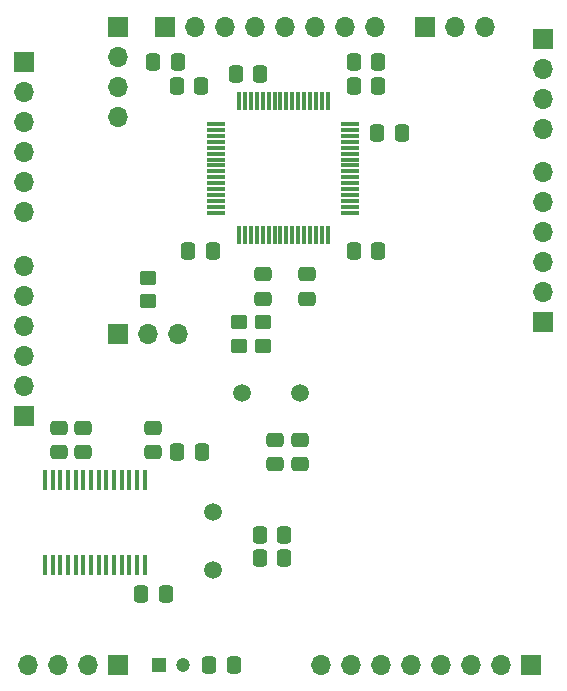
<source format=gts>
G04 #@! TF.GenerationSoftware,KiCad,Pcbnew,8.0.5*
G04 #@! TF.CreationDate,2024-11-24T11:45:07+01:00*
G04 #@! TF.ProjectId,wolkje-brain,776f6c6b-6a65-42d6-9272-61696e2e6b69,rev?*
G04 #@! TF.SameCoordinates,Original*
G04 #@! TF.FileFunction,Soldermask,Top*
G04 #@! TF.FilePolarity,Negative*
%FSLAX46Y46*%
G04 Gerber Fmt 4.6, Leading zero omitted, Abs format (unit mm)*
G04 Created by KiCad (PCBNEW 8.0.5) date 2024-11-24 11:45:07*
%MOMM*%
%LPD*%
G01*
G04 APERTURE LIST*
G04 Aperture macros list*
%AMRoundRect*
0 Rectangle with rounded corners*
0 $1 Rounding radius*
0 $2 $3 $4 $5 $6 $7 $8 $9 X,Y pos of 4 corners*
0 Add a 4 corners polygon primitive as box body*
4,1,4,$2,$3,$4,$5,$6,$7,$8,$9,$2,$3,0*
0 Add four circle primitives for the rounded corners*
1,1,$1+$1,$2,$3*
1,1,$1+$1,$4,$5*
1,1,$1+$1,$6,$7*
1,1,$1+$1,$8,$9*
0 Add four rect primitives between the rounded corners*
20,1,$1+$1,$2,$3,$4,$5,0*
20,1,$1+$1,$4,$5,$6,$7,0*
20,1,$1+$1,$6,$7,$8,$9,0*
20,1,$1+$1,$8,$9,$2,$3,0*%
G04 Aperture macros list end*
%ADD10RoundRect,0.250000X0.337500X0.475000X-0.337500X0.475000X-0.337500X-0.475000X0.337500X-0.475000X0*%
%ADD11RoundRect,0.250000X-0.475000X0.337500X-0.475000X-0.337500X0.475000X-0.337500X0.475000X0.337500X0*%
%ADD12RoundRect,0.250000X-0.337500X-0.475000X0.337500X-0.475000X0.337500X0.475000X-0.337500X0.475000X0*%
%ADD13R,0.450000X1.750000*%
%ADD14R,1.700000X1.700000*%
%ADD15O,1.700000X1.700000*%
%ADD16R,1.200000X1.200000*%
%ADD17C,1.200000*%
%ADD18C,1.500000*%
%ADD19RoundRect,0.075000X0.075000X-0.700000X0.075000X0.700000X-0.075000X0.700000X-0.075000X-0.700000X0*%
%ADD20RoundRect,0.075000X0.700000X-0.075000X0.700000X0.075000X-0.700000X0.075000X-0.700000X-0.075000X0*%
%ADD21RoundRect,0.250000X0.450000X-0.350000X0.450000X0.350000X-0.450000X0.350000X-0.450000X-0.350000X0*%
%ADD22RoundRect,0.250000X0.475000X-0.337500X0.475000X0.337500X-0.475000X0.337500X-0.475000X-0.337500X0*%
G04 APERTURE END LIST*
D10*
X68075000Y-89000000D03*
X66000000Y-89000000D03*
D11*
X64000000Y-86962500D03*
X64000000Y-89037500D03*
D12*
X65962500Y-58000000D03*
X68037500Y-58000000D03*
X73000000Y-98000000D03*
X75075000Y-98000000D03*
D11*
X74250000Y-87962500D03*
X74250000Y-90037500D03*
D13*
X63262500Y-91400000D03*
X62612500Y-91400000D03*
X61962500Y-91400000D03*
X61312500Y-91400000D03*
X60662500Y-91400000D03*
X60012500Y-91400000D03*
X59362500Y-91400000D03*
X58712500Y-91400000D03*
X58062500Y-91400000D03*
X57412500Y-91400000D03*
X56762500Y-91400000D03*
X56112500Y-91400000D03*
X55462500Y-91400000D03*
X54812500Y-91400000D03*
X54812500Y-98600000D03*
X55462500Y-98600000D03*
X56112500Y-98600000D03*
X56762500Y-98600000D03*
X57412500Y-98600000D03*
X58062500Y-98600000D03*
X58712500Y-98600000D03*
X59362500Y-98600000D03*
X60012500Y-98600000D03*
X60662500Y-98600000D03*
X61312500Y-98600000D03*
X61962500Y-98600000D03*
X62612500Y-98600000D03*
X63262500Y-98600000D03*
D14*
X87000000Y-53000000D03*
D15*
X89540000Y-53000000D03*
X92080000Y-53000000D03*
D16*
X64500000Y-107000000D03*
D17*
X66500000Y-107000000D03*
D11*
X76430000Y-87962500D03*
X76430000Y-90037500D03*
D18*
X71500000Y-84000000D03*
X76380000Y-84000000D03*
D14*
X61000000Y-79000000D03*
D15*
X63540000Y-79000000D03*
X66080000Y-79000000D03*
D10*
X66075000Y-56000000D03*
X64000000Y-56000000D03*
D19*
X71250000Y-70675000D03*
X71750000Y-70675000D03*
X72250000Y-70675000D03*
X72750000Y-70675000D03*
X73250000Y-70675000D03*
X73750000Y-70675000D03*
X74250000Y-70675000D03*
X74750000Y-70675000D03*
X75250000Y-70675000D03*
X75750000Y-70675000D03*
X76250000Y-70675000D03*
X76750000Y-70675000D03*
X77250000Y-70675000D03*
X77750000Y-70675000D03*
X78250000Y-70675000D03*
X78750000Y-70675000D03*
D20*
X80675000Y-68750000D03*
X80675000Y-68250000D03*
X80675000Y-67750000D03*
X80675000Y-67250000D03*
X80675000Y-66750000D03*
X80675000Y-66250000D03*
X80675000Y-65750000D03*
X80675000Y-65250000D03*
X80675000Y-64750000D03*
X80675000Y-64250000D03*
X80675000Y-63750000D03*
X80675000Y-63250000D03*
X80675000Y-62750000D03*
X80675000Y-62250000D03*
X80675000Y-61750000D03*
X80675000Y-61250000D03*
D19*
X78750000Y-59325000D03*
X78250000Y-59325000D03*
X77750000Y-59325000D03*
X77250000Y-59325000D03*
X76750000Y-59325000D03*
X76250000Y-59325000D03*
X75750000Y-59325000D03*
X75250000Y-59325000D03*
X74750000Y-59325000D03*
X74250000Y-59325000D03*
X73750000Y-59325000D03*
X73250000Y-59325000D03*
X72750000Y-59325000D03*
X72250000Y-59325000D03*
X71750000Y-59325000D03*
X71250000Y-59325000D03*
D20*
X69325000Y-61250000D03*
X69325000Y-61750000D03*
X69325000Y-62250000D03*
X69325000Y-62750000D03*
X69325000Y-63250000D03*
X69325000Y-63750000D03*
X69325000Y-64250000D03*
X69325000Y-64750000D03*
X69325000Y-65250000D03*
X69325000Y-65750000D03*
X69325000Y-66250000D03*
X69325000Y-66750000D03*
X69325000Y-67250000D03*
X69325000Y-67750000D03*
X69325000Y-68250000D03*
X69325000Y-68750000D03*
D12*
X70962500Y-57000000D03*
X73037500Y-57000000D03*
D21*
X63500000Y-76250000D03*
X63500000Y-74250000D03*
X73250000Y-80000000D03*
X73250000Y-78000000D03*
D22*
X77000000Y-76037500D03*
X77000000Y-73962500D03*
D14*
X61000000Y-53000000D03*
D15*
X61000000Y-55540000D03*
X61000000Y-58080000D03*
X61000000Y-60620000D03*
D21*
X71250000Y-80000000D03*
X71250000Y-78000000D03*
D12*
X82962500Y-62000000D03*
X85037500Y-62000000D03*
X73000000Y-96000000D03*
X75075000Y-96000000D03*
D11*
X56000000Y-86962500D03*
X56000000Y-89037500D03*
D10*
X65037500Y-101000000D03*
X62962500Y-101000000D03*
X70787500Y-107000000D03*
X68712500Y-107000000D03*
X83037500Y-58000000D03*
X80962500Y-58000000D03*
D18*
X69000000Y-99000000D03*
X69000000Y-94120000D03*
D10*
X83037500Y-72000000D03*
X80962500Y-72000000D03*
D11*
X58010000Y-86962500D03*
X58010000Y-89037500D03*
X73250000Y-73962500D03*
X73250000Y-76037500D03*
D10*
X83037500Y-56000000D03*
X80962500Y-56000000D03*
D12*
X66962500Y-72000000D03*
X69037500Y-72000000D03*
D14*
X53000000Y-56000000D03*
D15*
X53000000Y-58540000D03*
X53000000Y-61080000D03*
X53000000Y-63620000D03*
X53000000Y-66160000D03*
X53000000Y-68700000D03*
D14*
X97000000Y-54000000D03*
D15*
X97000000Y-56540000D03*
X97000000Y-59080000D03*
X97000000Y-61620000D03*
D14*
X53000000Y-86000000D03*
D15*
X53000000Y-83460000D03*
X53000000Y-80920000D03*
X53000000Y-78380000D03*
X53000000Y-75840000D03*
X53000000Y-73300000D03*
D14*
X61000000Y-107000000D03*
D15*
X58460000Y-107000000D03*
X55920000Y-107000000D03*
X53380000Y-107000000D03*
D14*
X97000000Y-78000000D03*
D15*
X97000000Y-75460000D03*
X97000000Y-72920000D03*
X97000000Y-70380000D03*
X97000000Y-67840000D03*
X97000000Y-65300000D03*
D14*
X96000000Y-107000000D03*
D15*
X93460000Y-107000000D03*
X90920000Y-107000000D03*
X88380000Y-107000000D03*
X85840000Y-107000000D03*
X83300000Y-107000000D03*
X80760000Y-107000000D03*
X78220000Y-107000000D03*
D14*
X65000000Y-53000000D03*
D15*
X67540000Y-53000000D03*
X70080000Y-53000000D03*
X72620000Y-53000000D03*
X75160000Y-53000000D03*
X77700000Y-53000000D03*
X80240000Y-53000000D03*
X82780000Y-53000000D03*
M02*

</source>
